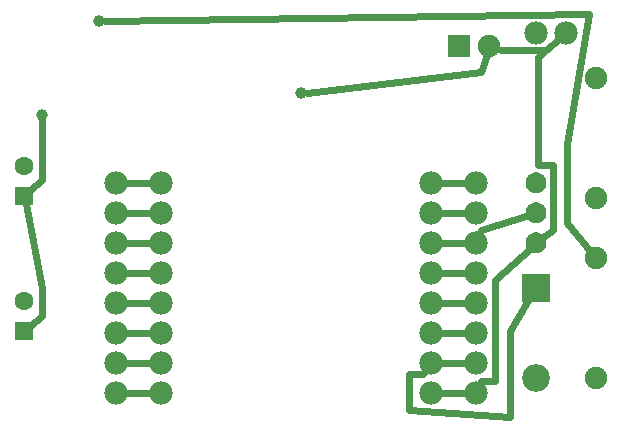
<source format=gtl>
G04 MADE WITH FRITZING*
G04 WWW.FRITZING.ORG*
G04 DOUBLE SIDED*
G04 HOLES PLATED*
G04 CONTOUR ON CENTER OF CONTOUR VECTOR*
%ASAXBY*%
%FSLAX23Y23*%
%MOIN*%
%OFA0B0*%
%SFA1.0B1.0*%
%ADD10C,0.077778*%
%ADD11C,0.092000*%
%ADD12C,0.062992*%
%ADD13C,0.070000*%
%ADD14C,0.075000*%
%ADD15C,0.078000*%
%ADD16C,0.039370*%
%ADD17R,0.092000X0.092000*%
%ADD18R,0.062992X0.062992*%
%ADD19R,0.075000X0.075000*%
%ADD20C,0.024000*%
%ADD21R,0.001000X0.001000*%
%LNCOPPER1*%
G90*
G70*
G54D10*
X699Y1124D03*
X699Y1024D03*
X699Y924D03*
X699Y824D03*
X699Y724D03*
X699Y624D03*
X699Y524D03*
X699Y424D03*
X1599Y424D03*
X1599Y524D03*
X1599Y624D03*
X1599Y724D03*
X1599Y824D03*
X1599Y924D03*
X1599Y1024D03*
X1599Y1124D03*
G54D11*
X1949Y774D03*
X1949Y474D03*
G54D12*
X242Y1081D03*
X242Y1180D03*
X242Y631D03*
X242Y730D03*
G54D13*
X1949Y924D03*
X1949Y1024D03*
X1949Y1124D03*
G54D14*
X1692Y1580D03*
X1792Y1580D03*
X2149Y474D03*
X2149Y874D03*
X2149Y1074D03*
X2149Y1474D03*
G54D15*
X1749Y1124D03*
X1749Y1024D03*
X1749Y924D03*
X1749Y824D03*
X1749Y724D03*
X1749Y624D03*
X1749Y524D03*
X1749Y424D03*
X549Y1124D03*
X549Y1024D03*
X549Y924D03*
X549Y824D03*
X549Y724D03*
X549Y624D03*
X549Y524D03*
X549Y424D03*
X2049Y1624D03*
X1949Y1624D03*
G54D16*
X300Y1352D03*
X1164Y1424D03*
X492Y1664D03*
G54D17*
X1949Y774D03*
G54D18*
X242Y1081D03*
X242Y631D03*
G54D19*
X1692Y1580D03*
G54D20*
X1719Y1124D02*
X1628Y1124D01*
D02*
X1719Y1024D02*
X1628Y1024D01*
D02*
X1628Y924D02*
X1719Y924D01*
D02*
X1628Y824D02*
X1719Y824D01*
D02*
X1628Y724D02*
X1719Y724D01*
D02*
X1628Y624D02*
X1719Y624D01*
D02*
X1628Y524D02*
X1719Y524D01*
D02*
X1628Y424D02*
X1719Y424D01*
D02*
X670Y1124D02*
X579Y1124D01*
D02*
X670Y1024D02*
X579Y1024D01*
D02*
X670Y924D02*
X579Y924D01*
D02*
X670Y624D02*
X579Y624D01*
D02*
X670Y524D02*
X579Y524D01*
D02*
X670Y424D02*
X579Y424D01*
D02*
X670Y824D02*
X579Y824D01*
D02*
X670Y724D02*
X579Y724D01*
D02*
X1924Y1017D02*
X1764Y968D01*
X1764Y968D02*
X1759Y953D01*
D02*
X2026Y1605D02*
X1980Y1568D01*
X1980Y1568D02*
X1836Y1568D01*
X1836Y1568D02*
X1819Y1572D01*
D02*
X1969Y941D02*
X2004Y968D01*
X2004Y968D02*
X2004Y1184D01*
X2004Y1184D02*
X1956Y1184D01*
X1956Y1184D02*
X1956Y1544D01*
X1956Y1544D02*
X1980Y1568D01*
D02*
X1760Y452D02*
X1764Y464D01*
X1764Y464D02*
X1812Y464D01*
X1812Y464D02*
X1812Y800D01*
X1812Y800D02*
X1930Y907D01*
D02*
X1183Y1426D02*
X1764Y1496D01*
X1764Y1496D02*
X1783Y1552D01*
D02*
X2131Y896D02*
X2052Y992D01*
X2052Y992D02*
X2052Y1256D01*
X2052Y1256D02*
X2124Y1688D01*
X2124Y1688D02*
X511Y1664D01*
D02*
X1581Y501D02*
X1572Y488D01*
X1572Y488D02*
X1524Y488D01*
X1524Y488D02*
X1524Y368D01*
X1524Y368D02*
X1860Y344D01*
X1860Y344D02*
X1860Y632D01*
X1860Y632D02*
X1929Y743D01*
D02*
X261Y1100D02*
X300Y1136D01*
X300Y1136D02*
X300Y1333D01*
D02*
X262Y648D02*
X300Y680D01*
X300Y680D02*
X300Y776D01*
X300Y776D02*
X247Y1055D01*
G54D21*
X1943Y1159D02*
X1953Y1159D01*
X1939Y1158D02*
X1957Y1158D01*
X1936Y1157D02*
X1960Y1157D01*
X1934Y1156D02*
X1962Y1156D01*
X1932Y1155D02*
X1964Y1155D01*
X1930Y1154D02*
X1966Y1154D01*
X1928Y1153D02*
X1968Y1153D01*
X1927Y1152D02*
X1969Y1152D01*
X1926Y1151D02*
X1970Y1151D01*
X1924Y1150D02*
X1971Y1150D01*
X1923Y1149D02*
X1973Y1149D01*
X1923Y1148D02*
X1973Y1148D01*
X1922Y1147D02*
X1974Y1147D01*
X1921Y1146D02*
X1975Y1146D01*
X1920Y1145D02*
X1976Y1145D01*
X1920Y1144D02*
X1976Y1144D01*
X1919Y1143D02*
X1977Y1143D01*
X1918Y1142D02*
X1978Y1142D01*
X1918Y1141D02*
X1978Y1141D01*
X1917Y1140D02*
X1979Y1140D01*
X1917Y1139D02*
X1943Y1139D01*
X1953Y1139D02*
X1979Y1139D01*
X1916Y1138D02*
X1941Y1138D01*
X1955Y1138D02*
X1980Y1138D01*
X1916Y1137D02*
X1939Y1137D01*
X1957Y1137D02*
X1980Y1137D01*
X1916Y1136D02*
X1938Y1136D01*
X1958Y1136D02*
X1980Y1136D01*
X1915Y1135D02*
X1937Y1135D01*
X1959Y1135D02*
X1981Y1135D01*
X1915Y1134D02*
X1936Y1134D01*
X1960Y1134D02*
X1981Y1134D01*
X1915Y1133D02*
X1935Y1133D01*
X1961Y1133D02*
X1981Y1133D01*
X1914Y1132D02*
X1934Y1132D01*
X1962Y1132D02*
X1982Y1132D01*
X1914Y1131D02*
X1934Y1131D01*
X1962Y1131D02*
X1982Y1131D01*
X1914Y1130D02*
X1933Y1130D01*
X1963Y1130D02*
X1982Y1130D01*
X1914Y1129D02*
X1933Y1129D01*
X1963Y1129D02*
X1982Y1129D01*
X1914Y1128D02*
X1933Y1128D01*
X1963Y1128D02*
X1982Y1128D01*
X1914Y1127D02*
X1933Y1127D01*
X1963Y1127D02*
X1982Y1127D01*
X1914Y1126D02*
X1933Y1126D01*
X1963Y1126D02*
X1982Y1126D01*
X1914Y1125D02*
X1933Y1125D01*
X1963Y1125D02*
X1982Y1125D01*
X1914Y1124D02*
X1933Y1124D01*
X1963Y1124D02*
X1982Y1124D01*
X1914Y1123D02*
X1933Y1123D01*
X1963Y1123D02*
X1982Y1123D01*
X1914Y1122D02*
X1933Y1122D01*
X1963Y1122D02*
X1982Y1122D01*
X1914Y1121D02*
X1933Y1121D01*
X1963Y1121D02*
X1982Y1121D01*
X1914Y1120D02*
X1933Y1120D01*
X1963Y1120D02*
X1982Y1120D01*
X1914Y1119D02*
X1933Y1119D01*
X1963Y1119D02*
X1982Y1119D01*
X1914Y1118D02*
X1934Y1118D01*
X1962Y1118D02*
X1982Y1118D01*
X1914Y1117D02*
X1934Y1117D01*
X1962Y1117D02*
X1981Y1117D01*
X1915Y1116D02*
X1935Y1116D01*
X1961Y1116D02*
X1981Y1116D01*
X1915Y1115D02*
X1936Y1115D01*
X1960Y1115D02*
X1981Y1115D01*
X1915Y1114D02*
X1937Y1114D01*
X1959Y1114D02*
X1981Y1114D01*
X1916Y1113D02*
X1938Y1113D01*
X1958Y1113D02*
X1980Y1113D01*
X1916Y1112D02*
X1939Y1112D01*
X1957Y1112D02*
X1980Y1112D01*
X1916Y1111D02*
X1941Y1111D01*
X1955Y1111D02*
X1980Y1111D01*
X1917Y1110D02*
X1944Y1110D01*
X1952Y1110D02*
X1979Y1110D01*
X1917Y1109D02*
X1979Y1109D01*
X1918Y1108D02*
X1978Y1108D01*
X1918Y1107D02*
X1978Y1107D01*
X1919Y1106D02*
X1977Y1106D01*
X1920Y1105D02*
X1976Y1105D01*
X1920Y1104D02*
X1976Y1104D01*
X1921Y1103D02*
X1975Y1103D01*
X1922Y1102D02*
X1974Y1102D01*
X1923Y1101D02*
X1973Y1101D01*
X1924Y1100D02*
X1972Y1100D01*
X1925Y1099D02*
X1971Y1099D01*
X1926Y1098D02*
X1970Y1098D01*
X1927Y1097D02*
X1969Y1097D01*
X1928Y1096D02*
X1967Y1096D01*
X1930Y1095D02*
X1966Y1095D01*
X1932Y1094D02*
X1964Y1094D01*
X1934Y1093D02*
X1962Y1093D01*
X1936Y1092D02*
X1960Y1092D01*
X1939Y1091D02*
X1957Y1091D01*
X1944Y1090D02*
X1952Y1090D01*
X1943Y1059D02*
X1953Y1059D01*
X1939Y1058D02*
X1957Y1058D01*
X1936Y1057D02*
X1960Y1057D01*
X1934Y1056D02*
X1962Y1056D01*
X1931Y1055D02*
X1964Y1055D01*
X1930Y1054D02*
X1966Y1054D01*
X1928Y1053D02*
X1968Y1053D01*
X1927Y1052D02*
X1969Y1052D01*
X1926Y1051D02*
X1970Y1051D01*
X1924Y1050D02*
X1971Y1050D01*
X1923Y1049D02*
X1973Y1049D01*
X1923Y1048D02*
X1973Y1048D01*
X1922Y1047D02*
X1974Y1047D01*
X1921Y1046D02*
X1975Y1046D01*
X1920Y1045D02*
X1976Y1045D01*
X1920Y1044D02*
X1976Y1044D01*
X1919Y1043D02*
X1977Y1043D01*
X1918Y1042D02*
X1978Y1042D01*
X1918Y1041D02*
X1978Y1041D01*
X1917Y1040D02*
X1979Y1040D01*
X1917Y1039D02*
X1943Y1039D01*
X1953Y1039D02*
X1979Y1039D01*
X1916Y1038D02*
X1941Y1038D01*
X1955Y1038D02*
X1980Y1038D01*
X1916Y1037D02*
X1939Y1037D01*
X1957Y1037D02*
X1980Y1037D01*
X1916Y1036D02*
X1938Y1036D01*
X1958Y1036D02*
X1980Y1036D01*
X1915Y1035D02*
X1937Y1035D01*
X1959Y1035D02*
X1981Y1035D01*
X1915Y1034D02*
X1936Y1034D01*
X1960Y1034D02*
X1981Y1034D01*
X1915Y1033D02*
X1935Y1033D01*
X1961Y1033D02*
X1981Y1033D01*
X1914Y1032D02*
X1934Y1032D01*
X1962Y1032D02*
X1982Y1032D01*
X1914Y1031D02*
X1934Y1031D01*
X1962Y1031D02*
X1982Y1031D01*
X1914Y1030D02*
X1933Y1030D01*
X1963Y1030D02*
X1982Y1030D01*
X1914Y1029D02*
X1933Y1029D01*
X1963Y1029D02*
X1982Y1029D01*
X1914Y1028D02*
X1933Y1028D01*
X1963Y1028D02*
X1982Y1028D01*
X1914Y1027D02*
X1933Y1027D01*
X1963Y1027D02*
X1982Y1027D01*
X1914Y1026D02*
X1933Y1026D01*
X1963Y1026D02*
X1982Y1026D01*
X1914Y1025D02*
X1933Y1025D01*
X1963Y1025D02*
X1982Y1025D01*
X1914Y1024D02*
X1933Y1024D01*
X1963Y1024D02*
X1982Y1024D01*
X1914Y1023D02*
X1933Y1023D01*
X1963Y1023D02*
X1982Y1023D01*
X1914Y1022D02*
X1933Y1022D01*
X1963Y1022D02*
X1982Y1022D01*
X1914Y1021D02*
X1933Y1021D01*
X1963Y1021D02*
X1982Y1021D01*
X1914Y1020D02*
X1933Y1020D01*
X1963Y1020D02*
X1982Y1020D01*
X1914Y1019D02*
X1933Y1019D01*
X1963Y1019D02*
X1982Y1019D01*
X1914Y1018D02*
X1934Y1018D01*
X1962Y1018D02*
X1982Y1018D01*
X1914Y1017D02*
X1934Y1017D01*
X1962Y1017D02*
X1981Y1017D01*
X1915Y1016D02*
X1935Y1016D01*
X1961Y1016D02*
X1981Y1016D01*
X1915Y1015D02*
X1936Y1015D01*
X1960Y1015D02*
X1981Y1015D01*
X1915Y1014D02*
X1937Y1014D01*
X1959Y1014D02*
X1981Y1014D01*
X1916Y1013D02*
X1938Y1013D01*
X1958Y1013D02*
X1980Y1013D01*
X1916Y1012D02*
X1939Y1012D01*
X1957Y1012D02*
X1980Y1012D01*
X1916Y1011D02*
X1941Y1011D01*
X1955Y1011D02*
X1980Y1011D01*
X1917Y1010D02*
X1944Y1010D01*
X1952Y1010D02*
X1979Y1010D01*
X1917Y1009D02*
X1979Y1009D01*
X1918Y1008D02*
X1978Y1008D01*
X1918Y1007D02*
X1978Y1007D01*
X1919Y1006D02*
X1977Y1006D01*
X1920Y1005D02*
X1976Y1005D01*
X1920Y1004D02*
X1976Y1004D01*
X1921Y1003D02*
X1975Y1003D01*
X1922Y1002D02*
X1974Y1002D01*
X1923Y1001D02*
X1973Y1001D01*
X1924Y1000D02*
X1972Y1000D01*
X1925Y999D02*
X1971Y999D01*
X1926Y998D02*
X1970Y998D01*
X1927Y997D02*
X1969Y997D01*
X1928Y996D02*
X1967Y996D01*
X1930Y995D02*
X1966Y995D01*
X1932Y994D02*
X1964Y994D01*
X1934Y993D02*
X1962Y993D01*
X1936Y992D02*
X1960Y992D01*
X1939Y991D02*
X1957Y991D01*
X1944Y990D02*
X1952Y990D01*
X1943Y959D02*
X1953Y959D01*
X1939Y958D02*
X1957Y958D01*
X1936Y957D02*
X1960Y957D01*
X1934Y956D02*
X1962Y956D01*
X1931Y955D02*
X1964Y955D01*
X1930Y954D02*
X1966Y954D01*
X1928Y953D02*
X1968Y953D01*
X1927Y952D02*
X1969Y952D01*
X1926Y951D02*
X1970Y951D01*
X1924Y950D02*
X1971Y950D01*
X1923Y949D02*
X1973Y949D01*
X1923Y948D02*
X1973Y948D01*
X1922Y947D02*
X1974Y947D01*
X1921Y946D02*
X1975Y946D01*
X1920Y945D02*
X1976Y945D01*
X1919Y944D02*
X1976Y944D01*
X1919Y943D02*
X1977Y943D01*
X1918Y942D02*
X1978Y942D01*
X1918Y941D02*
X1978Y941D01*
X1917Y940D02*
X1979Y940D01*
X1917Y939D02*
X1943Y939D01*
X1953Y939D02*
X1979Y939D01*
X1916Y938D02*
X1941Y938D01*
X1955Y938D02*
X1980Y938D01*
X1916Y937D02*
X1939Y937D01*
X1957Y937D02*
X1980Y937D01*
X1916Y936D02*
X1938Y936D01*
X1958Y936D02*
X1980Y936D01*
X1915Y935D02*
X1937Y935D01*
X1959Y935D02*
X1981Y935D01*
X1915Y934D02*
X1936Y934D01*
X1960Y934D02*
X1981Y934D01*
X1915Y933D02*
X1935Y933D01*
X1961Y933D02*
X1981Y933D01*
X1914Y932D02*
X1934Y932D01*
X1962Y932D02*
X1982Y932D01*
X1914Y931D02*
X1934Y931D01*
X1962Y931D02*
X1982Y931D01*
X1914Y930D02*
X1933Y930D01*
X1963Y930D02*
X1982Y930D01*
X1914Y929D02*
X1933Y929D01*
X1963Y929D02*
X1982Y929D01*
X1914Y928D02*
X1933Y928D01*
X1963Y928D02*
X1982Y928D01*
X1914Y927D02*
X1933Y927D01*
X1963Y927D02*
X1982Y927D01*
X1914Y926D02*
X1933Y926D01*
X1963Y926D02*
X1982Y926D01*
X1914Y925D02*
X1933Y925D01*
X1963Y925D02*
X1982Y925D01*
X1914Y924D02*
X1933Y924D01*
X1963Y924D02*
X1982Y924D01*
X1914Y923D02*
X1933Y923D01*
X1963Y923D02*
X1982Y923D01*
X1914Y922D02*
X1933Y922D01*
X1963Y922D02*
X1982Y922D01*
X1914Y921D02*
X1933Y921D01*
X1963Y921D02*
X1982Y921D01*
X1914Y920D02*
X1933Y920D01*
X1963Y920D02*
X1982Y920D01*
X1914Y919D02*
X1933Y919D01*
X1963Y919D02*
X1982Y919D01*
X1914Y918D02*
X1934Y918D01*
X1962Y918D02*
X1982Y918D01*
X1914Y917D02*
X1934Y917D01*
X1961Y917D02*
X1981Y917D01*
X1915Y916D02*
X1935Y916D01*
X1961Y916D02*
X1981Y916D01*
X1915Y915D02*
X1936Y915D01*
X1960Y915D02*
X1981Y915D01*
X1915Y914D02*
X1937Y914D01*
X1959Y914D02*
X1981Y914D01*
X1916Y913D02*
X1938Y913D01*
X1958Y913D02*
X1980Y913D01*
X1916Y912D02*
X1939Y912D01*
X1957Y912D02*
X1980Y912D01*
X1916Y911D02*
X1941Y911D01*
X1955Y911D02*
X1980Y911D01*
X1917Y910D02*
X1944Y910D01*
X1952Y910D02*
X1979Y910D01*
X1917Y909D02*
X1979Y909D01*
X1918Y908D02*
X1978Y908D01*
X1918Y907D02*
X1978Y907D01*
X1919Y906D02*
X1977Y906D01*
X1920Y905D02*
X1976Y905D01*
X1920Y904D02*
X1976Y904D01*
X1921Y903D02*
X1975Y903D01*
X1922Y902D02*
X1974Y902D01*
X1923Y901D02*
X1973Y901D01*
X1924Y900D02*
X1972Y900D01*
X1925Y899D02*
X1971Y899D01*
X1926Y898D02*
X1970Y898D01*
X1927Y897D02*
X1969Y897D01*
X1929Y896D02*
X1967Y896D01*
X1930Y895D02*
X1966Y895D01*
X1932Y894D02*
X1964Y894D01*
X1934Y893D02*
X1962Y893D01*
X1936Y892D02*
X1960Y892D01*
X1939Y891D02*
X1957Y891D01*
X1944Y890D02*
X1952Y890D01*
D02*
G04 End of Copper1*
M02*
</source>
